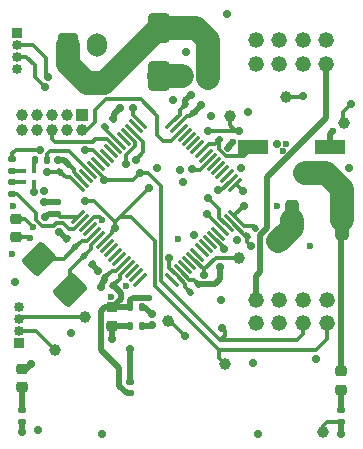
<source format=gbr>
%TF.GenerationSoftware,KiCad,Pcbnew,9.0.2*%
%TF.CreationDate,2025-07-07T17:27:58-04:00*%
%TF.ProjectId,Cain_V1.0,4361696e-5f56-4312-9e30-2e6b69636164,rev?*%
%TF.SameCoordinates,Original*%
%TF.FileFunction,Copper,L1,Top*%
%TF.FilePolarity,Positive*%
%FSLAX46Y46*%
G04 Gerber Fmt 4.6, Leading zero omitted, Abs format (unit mm)*
G04 Created by KiCad (PCBNEW 9.0.2) date 2025-07-07 17:27:58*
%MOMM*%
%LPD*%
G01*
G04 APERTURE LIST*
G04 Aperture macros list*
%AMRoundRect*
0 Rectangle with rounded corners*
0 $1 Rounding radius*
0 $2 $3 $4 $5 $6 $7 $8 $9 X,Y pos of 4 corners*
0 Add a 4 corners polygon primitive as box body*
4,1,4,$2,$3,$4,$5,$6,$7,$8,$9,$2,$3,0*
0 Add four circle primitives for the rounded corners*
1,1,$1+$1,$2,$3*
1,1,$1+$1,$4,$5*
1,1,$1+$1,$6,$7*
1,1,$1+$1,$8,$9*
0 Add four rect primitives between the rounded corners*
20,1,$1+$1,$2,$3,$4,$5,0*
20,1,$1+$1,$4,$5,$6,$7,0*
20,1,$1+$1,$6,$7,$8,$9,0*
20,1,$1+$1,$8,$9,$2,$3,0*%
G04 Aperture macros list end*
%TA.AperFunction,SMDPad,CuDef*%
%ADD10RoundRect,0.218750X0.256250X-0.218750X0.256250X0.218750X-0.256250X0.218750X-0.256250X-0.218750X0*%
%TD*%
%TA.AperFunction,SMDPad,CuDef*%
%ADD11RoundRect,0.250000X-1.202082X-0.141421X-0.141421X-1.202082X1.202082X0.141421X0.141421X1.202082X0*%
%TD*%
%TA.AperFunction,SMDPad,CuDef*%
%ADD12RoundRect,0.218750X-0.256250X0.218750X-0.256250X-0.218750X0.256250X-0.218750X0.256250X0.218750X0*%
%TD*%
%TA.AperFunction,SMDPad,CuDef*%
%ADD13C,1.000000*%
%TD*%
%TA.AperFunction,SMDPad,CuDef*%
%ADD14RoundRect,0.140000X-0.219203X-0.021213X-0.021213X-0.219203X0.219203X0.021213X0.021213X0.219203X0*%
%TD*%
%TA.AperFunction,SMDPad,CuDef*%
%ADD15RoundRect,0.135000X-0.185000X0.135000X-0.185000X-0.135000X0.185000X-0.135000X0.185000X0.135000X0*%
%TD*%
%TA.AperFunction,SMDPad,CuDef*%
%ADD16RoundRect,0.075000X-0.441942X-0.548008X0.548008X0.441942X0.441942X0.548008X-0.548008X-0.441942X0*%
%TD*%
%TA.AperFunction,SMDPad,CuDef*%
%ADD17RoundRect,0.075000X0.441942X-0.548008X0.548008X-0.441942X-0.441942X0.548008X-0.548008X0.441942X0*%
%TD*%
%TA.AperFunction,SMDPad,CuDef*%
%ADD18RoundRect,0.135000X-0.135000X-0.185000X0.135000X-0.185000X0.135000X0.185000X-0.135000X0.185000X0*%
%TD*%
%TA.AperFunction,ComponentPad*%
%ADD19C,1.320800*%
%TD*%
%TA.AperFunction,SMDPad,CuDef*%
%ADD20RoundRect,0.250000X-0.312500X-1.450000X0.312500X-1.450000X0.312500X1.450000X-0.312500X1.450000X0*%
%TD*%
%TA.AperFunction,ComponentPad*%
%ADD21R,1.000000X1.000000*%
%TD*%
%TA.AperFunction,ComponentPad*%
%ADD22C,1.000000*%
%TD*%
%TA.AperFunction,SMDPad,CuDef*%
%ADD23RoundRect,0.135000X0.185000X-0.135000X0.185000X0.135000X-0.185000X0.135000X-0.185000X-0.135000X0*%
%TD*%
%TA.AperFunction,ComponentPad*%
%ADD24R,0.850000X0.850000*%
%TD*%
%TA.AperFunction,ComponentPad*%
%ADD25C,0.850000*%
%TD*%
%TA.AperFunction,SMDPad,CuDef*%
%ADD26RoundRect,0.140000X-0.140000X-0.170000X0.140000X-0.170000X0.140000X0.170000X-0.140000X0.170000X0*%
%TD*%
%TA.AperFunction,SMDPad,CuDef*%
%ADD27RoundRect,0.135000X0.035355X-0.226274X0.226274X-0.035355X-0.035355X0.226274X-0.226274X0.035355X0*%
%TD*%
%TA.AperFunction,SMDPad,CuDef*%
%ADD28R,2.500000X1.270000*%
%TD*%
%TA.AperFunction,SMDPad,CuDef*%
%ADD29RoundRect,0.140000X-0.021213X0.219203X-0.219203X0.021213X0.021213X-0.219203X0.219203X-0.021213X0*%
%TD*%
%TA.AperFunction,SMDPad,CuDef*%
%ADD30RoundRect,0.135000X0.226274X0.035355X0.035355X0.226274X-0.226274X-0.035355X-0.035355X-0.226274X0*%
%TD*%
%TA.AperFunction,SMDPad,CuDef*%
%ADD31RoundRect,0.250000X-0.650000X1.000000X-0.650000X-1.000000X0.650000X-1.000000X0.650000X1.000000X0*%
%TD*%
%TA.AperFunction,ComponentPad*%
%ADD32RoundRect,0.250000X-0.600000X-0.750000X0.600000X-0.750000X0.600000X0.750000X-0.600000X0.750000X0*%
%TD*%
%TA.AperFunction,ComponentPad*%
%ADD33O,1.700000X2.000000*%
%TD*%
%TA.AperFunction,SMDPad,CuDef*%
%ADD34RoundRect,0.140000X0.219203X0.021213X0.021213X0.219203X-0.219203X-0.021213X-0.021213X-0.219203X0*%
%TD*%
%TA.AperFunction,SMDPad,CuDef*%
%ADD35R,0.450000X0.450000*%
%TD*%
%TA.AperFunction,SMDPad,CuDef*%
%ADD36RoundRect,0.140000X0.170000X-0.140000X0.170000X0.140000X-0.170000X0.140000X-0.170000X-0.140000X0*%
%TD*%
%TA.AperFunction,SMDPad,CuDef*%
%ADD37RoundRect,0.140000X0.021213X-0.219203X0.219203X-0.021213X-0.021213X0.219203X-0.219203X0.021213X0*%
%TD*%
%TA.AperFunction,ViaPad*%
%ADD38C,0.700000*%
%TD*%
%TA.AperFunction,ViaPad*%
%ADD39C,0.600000*%
%TD*%
%TA.AperFunction,Conductor*%
%ADD40C,0.300000*%
%TD*%
%TA.AperFunction,Conductor*%
%ADD41C,0.500000*%
%TD*%
%TA.AperFunction,Conductor*%
%ADD42C,2.000000*%
%TD*%
G04 APERTURE END LIST*
D10*
%TO.P,D6,1,K*%
%TO.N,Net-(D6-K)*%
X166600000Y-113587500D03*
%TO.P,D6,2,A*%
%TO.N,+24V Pre*%
X166600000Y-112012500D03*
%TD*%
D11*
%TO.P,Y1,1,1*%
%TO.N,/MCU/HSE IN*%
X141091852Y-102491852D03*
%TO.P,Y1,2,2*%
%TO.N,/MCU/HSE OUT*%
X143708148Y-105108148D03*
%TD*%
D12*
%TO.P,FB1,1*%
%TO.N,+3.3VA*%
X147280000Y-106600000D03*
%TO.P,FB1,2*%
%TO.N,+3.3V*%
X147280000Y-108175000D03*
%TD*%
D13*
%TO.P,TP8,1,1*%
%TO.N,/Current Sense/ADC2{slash}Current*%
X157200000Y-90400000D03*
%TD*%
D14*
%TO.P,C11,1*%
%TO.N,/MCU/HSE OUT*%
X144860589Y-102260589D03*
%TO.P,C11,2*%
%TO.N,GND*%
X145539411Y-102939411D03*
%TD*%
D13*
%TO.P,TP7,1,1*%
%TO.N,/EEPROM/EEPROM_SDA*%
X145000000Y-107400000D03*
%TD*%
D15*
%TO.P,R13,1*%
%TO.N,Net-(D6-K)*%
X166600000Y-115290000D03*
%TO.P,R13,2*%
%TO.N,GND*%
X166600000Y-116310000D03*
%TD*%
D16*
%TO.P,U1,1,VBAT*%
%TO.N,+3.3V*%
X144335519Y-98961181D03*
%TO.P,U1,2,PC13*%
%TO.N,/MCU/LED_RED*%
X144689072Y-99314734D03*
%TO.P,U1,3,PC14*%
%TO.N,Net-(D7-A)*%
X145042625Y-99668287D03*
%TO.P,U1,4,PC15*%
%TO.N,unconnected-(U1-PC15-Pad4)*%
X145396179Y-100021841D03*
%TO.P,U1,5,PD0*%
%TO.N,/MCU/HSE IN*%
X145749732Y-100375394D03*
%TO.P,U1,6,PD1*%
%TO.N,/MCU/HSE OUT*%
X146103286Y-100728948D03*
%TO.P,U1,7,NRST*%
%TO.N,/CAN2.0/Power/NRST*%
X146456839Y-101082501D03*
%TO.P,U1,8,PC0*%
%TO.N,unconnected-(U1-PC0-Pad8)*%
X146810392Y-101436054D03*
%TO.P,U1,9,PC1*%
%TO.N,unconnected-(U1-PC1-Pad9)*%
X147163946Y-101789608D03*
%TO.P,U1,10,PC2*%
%TO.N,unconnected-(U1-PC2-Pad10)*%
X147517499Y-102143161D03*
%TO.P,U1,11,PC3*%
%TO.N,unconnected-(U1-PC3-Pad11)*%
X147871052Y-102496714D03*
%TO.P,U1,12,VSSA*%
%TO.N,GND*%
X148224606Y-102850268D03*
%TO.P,U1,13,VDDA*%
%TO.N,+3.3VA*%
X148578159Y-103203821D03*
%TO.P,U1,14,PA0*%
%TO.N,unconnected-(U1-PA0-Pad14)*%
X148931713Y-103557375D03*
%TO.P,U1,15,PA1*%
%TO.N,unconnected-(U1-PA1-Pad15)*%
X149285266Y-103910928D03*
%TO.P,U1,16,PA2*%
%TO.N,unconnected-(U1-PA2-Pad16)*%
X149638819Y-104264481D03*
D17*
%TO.P,U1,17,PA3*%
%TO.N,unconnected-(U1-PA3-Pad17)*%
X152361181Y-104264481D03*
%TO.P,U1,18,VSS*%
%TO.N,GND*%
X152714734Y-103910928D03*
%TO.P,U1,19,VDD*%
%TO.N,+3.3V*%
X153068287Y-103557375D03*
%TO.P,U1,20,PA4*%
%TO.N,unconnected-(U1-PA4-Pad20)*%
X153421841Y-103203821D03*
%TO.P,U1,21,PA5*%
%TO.N,unconnected-(U1-PA5-Pad21)*%
X153775394Y-102850268D03*
%TO.P,U1,22,PA6*%
%TO.N,/MCU/ADC1{slash}Pressure*%
X154128948Y-102496714D03*
%TO.P,U1,23,PA7*%
%TO.N,unconnected-(U1-PA7-Pad23)*%
X154482501Y-102143161D03*
%TO.P,U1,24,PC4*%
%TO.N,unconnected-(U1-PC4-Pad24)*%
X154836054Y-101789608D03*
%TO.P,U1,25,PC5*%
%TO.N,unconnected-(U1-PC5-Pad25)*%
X155189608Y-101436054D03*
%TO.P,U1,26,PB0*%
%TO.N,unconnected-(U1-PB0-Pad26)*%
X155543161Y-101082501D03*
%TO.P,U1,27,PB1*%
%TO.N,/Current Sense/ADC2{slash}Current*%
X155896714Y-100728948D03*
%TO.P,U1,28,PB2*%
%TO.N,unconnected-(U1-PB2-Pad28)*%
X156250268Y-100375394D03*
%TO.P,U1,29,PB10*%
%TO.N,/EEPROM/EEPROM_SCL*%
X156603821Y-100021841D03*
%TO.P,U1,30,PB11*%
%TO.N,/EEPROM/EEPROM_SDA*%
X156957375Y-99668287D03*
%TO.P,U1,31,VSS*%
%TO.N,GND*%
X157310928Y-99314734D03*
%TO.P,U1,32,VDD*%
%TO.N,+3.3V*%
X157664481Y-98961181D03*
D16*
%TO.P,U1,33,PB12*%
%TO.N,/CAN2.0/Power/CAN2_RX*%
X157664481Y-96238819D03*
%TO.P,U1,34,PB13*%
%TO.N,/CAN2.0/Power/CAN2_TX*%
X157310928Y-95885266D03*
%TO.P,U1,35,PB14*%
%TO.N,unconnected-(U1-PB14-Pad35)*%
X156957375Y-95531713D03*
%TO.P,U1,36,PB15*%
%TO.N,unconnected-(U1-PB15-Pad36)*%
X156603821Y-95178159D03*
%TO.P,U1,37,PC6*%
%TO.N,unconnected-(U1-PC6-Pad37)*%
X156250268Y-94824606D03*
%TO.P,U1,38,PC7*%
%TO.N,unconnected-(U1-PC7-Pad38)*%
X155896714Y-94471052D03*
%TO.P,U1,39,PC8*%
%TO.N,/MCU/Solenoid*%
X155543161Y-94117499D03*
%TO.P,U1,40,PC9*%
%TO.N,unconnected-(U1-PC9-Pad40)*%
X155189608Y-93763946D03*
%TO.P,U1,41,PA8*%
%TO.N,/MCU/Button*%
X154836054Y-93410392D03*
%TO.P,U1,42,PA9*%
%TO.N,unconnected-(U1-PA9-Pad42)*%
X154482501Y-93056839D03*
%TO.P,U1,43,PA10*%
%TO.N,unconnected-(U1-PA10-Pad43)*%
X154128948Y-92703286D03*
%TO.P,U1,44,PA11*%
%TO.N,unconnected-(U1-PA11-Pad44)*%
X153775394Y-92349732D03*
%TO.P,U1,45,PA12*%
%TO.N,unconnected-(U1-PA12-Pad45)*%
X153421841Y-91996179D03*
%TO.P,U1,46,PA13*%
%TO.N,/MCU/SWDIO*%
X153068287Y-91642625D03*
%TO.P,U1,47,VSS*%
%TO.N,GND*%
X152714734Y-91289072D03*
%TO.P,U1,48,VDD*%
%TO.N,+3.3V*%
X152361181Y-90935519D03*
D17*
%TO.P,U1,49,PA14*%
%TO.N,/MCU/SWCLK*%
X149638819Y-90935519D03*
%TO.P,U1,50,PA15*%
%TO.N,unconnected-(U1-PA15-Pad50)*%
X149285266Y-91289072D03*
%TO.P,U1,51,PC10*%
%TO.N,/MCU/UART_TX*%
X148931713Y-91642625D03*
%TO.P,U1,52,PC11*%
%TO.N,/MCU/UART_RX*%
X148578159Y-91996179D03*
%TO.P,U1,53,PC12*%
%TO.N,unconnected-(U1-PC12-Pad53)*%
X148224606Y-92349732D03*
%TO.P,U1,54,PD2*%
%TO.N,/MCU/BOOT1*%
X147871052Y-92703286D03*
%TO.P,U1,55,PB3*%
%TO.N,/MCU/SWO*%
X147517499Y-93056839D03*
%TO.P,U1,56,PB4*%
%TO.N,unconnected-(U1-PB4-Pad56)*%
X147163946Y-93410392D03*
%TO.P,U1,57,PB5*%
%TO.N,unconnected-(U1-PB5-Pad57)*%
X146810392Y-93763946D03*
%TO.P,U1,58,PB6*%
%TO.N,/MCU/LED_GREEN*%
X146456839Y-94117499D03*
%TO.P,U1,59,PB7*%
%TO.N,unconnected-(U1-PB7-Pad59)*%
X146103286Y-94471052D03*
%TO.P,U1,60,BOOT0*%
%TO.N,/MCU/BOOT0*%
X145749732Y-94824606D03*
%TO.P,U1,61,PB8*%
%TO.N,/MCU/LED_BLUE*%
X145396179Y-95178159D03*
%TO.P,U1,62,PB9*%
%TO.N,unconnected-(U1-PB9-Pad62)*%
X145042625Y-95531713D03*
%TO.P,U1,63,VSS*%
%TO.N,GND*%
X144689072Y-95885266D03*
%TO.P,U1,64,VDD*%
%TO.N,+3.3V*%
X144335519Y-96238819D03*
%TD*%
D15*
%TO.P,R11,1*%
%TO.N,Net-(D4-RK)*%
X138825000Y-96015000D03*
%TO.P,R11,2*%
%TO.N,/MCU/LED_RED*%
X138825000Y-97035000D03*
%TD*%
D13*
%TO.P,TP3,1,1*%
%TO.N,+24V*%
X162000000Y-88800000D03*
%TD*%
D10*
%TO.P,D7,1,K*%
%TO.N,Net-(D7-K)*%
X139100000Y-100687500D03*
%TO.P,D7,2,A*%
%TO.N,Net-(D7-A)*%
X139100000Y-99112500D03*
%TD*%
D18*
%TO.P,R9,1*%
%TO.N,Net-(D4-BK)*%
X140715000Y-94125000D03*
%TO.P,R9,2*%
%TO.N,/MCU/LED_BLUE*%
X141735000Y-94125000D03*
%TD*%
D19*
%TO.P,J3,1,Pin_1*%
%TO.N,/CAN2.0/Power/3.3IN*%
X159422500Y-105950000D03*
%TO.P,J3,2,Pin_2*%
%TO.N,/CAN2.0/Power/24IN*%
X159422500Y-107950001D03*
%TO.P,J3,3,Pin_3*%
%TO.N,GND*%
X161422499Y-105950000D03*
%TO.P,J3,4,Pin_4*%
X161422499Y-107950001D03*
%TO.P,J3,5,Pin_5*%
%TO.N,/CAN2.0/Power/CAN+*%
X163422500Y-105950000D03*
%TO.P,J3,6,Pin_6*%
%TO.N,/MCU/BOOT0*%
X163422500Y-107950001D03*
%TO.P,J3,7,Pin_7*%
%TO.N,/CAN2.0/Power/CAN-*%
X165422498Y-105950000D03*
%TO.P,J3,8,Pin_8*%
%TO.N,/CAN2.0/Power/NRST*%
X165422498Y-107950001D03*
%TD*%
D20*
%TO.P,F2,1*%
%TO.N,/CAN2.0/Power/24IN*%
X162462500Y-99200000D03*
%TO.P,F2,2*%
%TO.N,+24V Pre*%
X166737500Y-99200000D03*
%TD*%
D21*
%TO.P,J1,1,VTref*%
%TO.N,+3.3V*%
X144700000Y-90330000D03*
D22*
%TO.P,J1,2,SWDIO/TMS*%
%TO.N,/MCU/SWDIO*%
X144700000Y-91600000D03*
%TO.P,J1,3,GND*%
%TO.N,GND*%
X143430000Y-90330000D03*
%TO.P,J1,4,SWCLK/TCK*%
%TO.N,/MCU/SWCLK*%
X143430000Y-91600000D03*
%TO.P,J1,5,GND*%
%TO.N,GND*%
X142160000Y-90330000D03*
%TO.P,J1,6,SWO/TDO*%
%TO.N,/MCU/SWO*%
X142160000Y-91600000D03*
%TO.P,J1,7,KEY*%
%TO.N,unconnected-(J1-KEY-Pad7)*%
X140890000Y-90330000D03*
%TO.P,J1,8,NC/TDI*%
%TO.N,unconnected-(J1-NC{slash}TDI-Pad8)*%
X140890000Y-91600000D03*
%TO.P,J1,9,GNDDetect*%
%TO.N,GND*%
X139620000Y-90330000D03*
%TO.P,J1,10,~{RESET}*%
%TO.N,/CAN2.0/Power/NRST*%
X139620000Y-91600000D03*
%TD*%
D10*
%TO.P,D3,1,K*%
%TO.N,Net-(D3-K)*%
X139600000Y-113387500D03*
%TO.P,D3,2,A*%
%TO.N,+3.3V*%
X139600000Y-111812500D03*
%TD*%
D13*
%TO.P,TP1,1,1*%
%TO.N,/MCU/ADC1{slash}Pressure*%
X158000000Y-102400000D03*
%TD*%
D19*
%TO.P,J4,1,Pin_1*%
%TO.N,/CAN2.0/Power/3.3IN*%
X165400000Y-86000000D03*
%TO.P,J4,2,Pin_2*%
%TO.N,/CAN2.0/Power/24IN*%
X165400000Y-83999999D03*
%TO.P,J4,3,Pin_3*%
%TO.N,unconnected-(J4-Pin_3-Pad3)*%
X163400001Y-86000000D03*
%TO.P,J4,4,Pin_4*%
%TO.N,GND*%
X163400001Y-83999999D03*
%TO.P,J4,5,Pin_5*%
%TO.N,/CAN2.0/Power/CAN-*%
X161400000Y-86000000D03*
%TO.P,J4,6,Pin_6*%
%TO.N,/MCU/BOOT0*%
X161400000Y-83999999D03*
%TO.P,J4,7,Pin_7*%
%TO.N,/CAN2.0/Power/CAN+*%
X159400002Y-86000000D03*
%TO.P,J4,8,Pin_8*%
%TO.N,/CAN2.0/Power/NRST*%
X159400002Y-83999999D03*
%TD*%
D23*
%TO.P,R10,1*%
%TO.N,Net-(D4-GK)*%
X138825000Y-95035000D03*
%TO.P,R10,2*%
%TO.N,/MCU/LED_GREEN*%
X138825000Y-94015000D03*
%TD*%
D24*
%TO.P,J5,1,Pin_1*%
%TO.N,GND*%
X139400000Y-109600000D03*
D25*
%TO.P,J5,2,Pin_2*%
%TO.N,/EEPROM/EEPROM_SCL*%
X139400000Y-108600000D03*
%TO.P,J5,3,Pin_3*%
%TO.N,/EEPROM/EEPROM_SDA*%
X139400000Y-107600000D03*
%TO.P,J5,4,Pin_4*%
%TO.N,+3.3V*%
X139400000Y-106600000D03*
%TD*%
D26*
%TO.P,C8,1*%
%TO.N,+3.3VA*%
X148800000Y-106600000D03*
%TO.P,C8,2*%
%TO.N,GND*%
X149760000Y-106600000D03*
%TD*%
D27*
%TO.P,R2,1*%
%TO.N,/MCU/BOOT1*%
X146639376Y-91360624D03*
%TO.P,R2,2*%
%TO.N,GND*%
X147360624Y-90639376D03*
%TD*%
D28*
%TO.P,SW1,1,1*%
%TO.N,/MCU/Button*%
X159200000Y-93000000D03*
%TO.P,SW1,2,2*%
%TO.N,GND*%
X165700000Y-93000000D03*
%TD*%
D29*
%TO.P,C3,1*%
%TO.N,+3.3V*%
X154539411Y-104660589D03*
%TO.P,C3,2*%
%TO.N,GND*%
X153860589Y-105339411D03*
%TD*%
D24*
%TO.P,J6,1,Pin_1*%
%TO.N,+3.3V*%
X139200000Y-83400000D03*
D25*
%TO.P,J6,2,Pin_2*%
%TO.N,/MCU/UART_TX*%
X139200000Y-84400000D03*
%TO.P,J6,3,Pin_3*%
%TO.N,/MCU/UART_RX*%
X139200000Y-85400000D03*
%TO.P,J6,4,Pin_4*%
%TO.N,GND*%
X139200000Y-86400000D03*
%TD*%
D29*
%TO.P,C2,1*%
%TO.N,+3.3V*%
X159339411Y-99860589D03*
%TO.P,C2,2*%
%TO.N,GND*%
X158660589Y-100539411D03*
%TD*%
D30*
%TO.P,R16,1*%
%TO.N,+3.3V*%
X157060624Y-93160624D03*
%TO.P,R16,2*%
%TO.N,/MCU/Button*%
X156339376Y-92439376D03*
%TD*%
D31*
%TO.P,D2,1,K*%
%TO.N,+24V*%
X151200000Y-83000000D03*
%TO.P,D2,2,A*%
%TO.N,Net-(D2-A)*%
X151200000Y-87000000D03*
%TD*%
D13*
%TO.P,TP4,1,1*%
%TO.N,/CAN2.0/Power/NRST*%
X156800000Y-111400000D03*
%TD*%
%TO.P,TP9,1,1*%
%TO.N,GND*%
X165150000Y-117200000D03*
%TD*%
%TO.P,TP5,1,1*%
%TO.N,/MCU/BOOT0*%
X152000000Y-107800000D03*
%TD*%
D26*
%TO.P,C9,1*%
%TO.N,+3.3V*%
X148800000Y-108200000D03*
%TO.P,C9,2*%
%TO.N,GND*%
X149760000Y-108200000D03*
%TD*%
D13*
%TO.P,TP2,1,1*%
%TO.N,+3.3V*%
X166900000Y-91000000D03*
%TD*%
D32*
%TO.P,J2,1,Pin_1*%
%TO.N,+24V*%
X143500000Y-84385000D03*
D33*
%TO.P,J2,2,Pin_2*%
%TO.N,Net-(D2-A)*%
X146000000Y-84385000D03*
%TD*%
D15*
%TO.P,R12,1*%
%TO.N,Net-(D3-K)*%
X139600000Y-115290000D03*
%TO.P,R12,2*%
%TO.N,GND*%
X139600000Y-116310000D03*
%TD*%
D34*
%TO.P,C10,1*%
%TO.N,/MCU/HSE IN*%
X144139411Y-101539411D03*
%TO.P,C10,2*%
%TO.N,GND*%
X143460589Y-100860589D03*
%TD*%
D35*
%TO.P,D4,1,A*%
%TO.N,+3.3V*%
X140650000Y-96000000D03*
%TO.P,D4,2,BK*%
%TO.N,Net-(D4-BK)*%
X140650000Y-95100000D03*
%TO.P,D4,3,RK*%
%TO.N,Net-(D4-RK)*%
X139800000Y-96000000D03*
%TO.P,D4,4,GK*%
%TO.N,Net-(D4-GK)*%
X139800000Y-95100000D03*
%TD*%
D34*
%TO.P,C7,1*%
%TO.N,+3.3VA*%
X147339411Y-104739411D03*
%TO.P,C7,2*%
%TO.N,GND*%
X146660589Y-104060589D03*
%TD*%
D36*
%TO.P,C4,1*%
%TO.N,+3.3V*%
X142600000Y-98680000D03*
%TO.P,C4,2*%
%TO.N,GND*%
X142600000Y-97720000D03*
%TD*%
D37*
%TO.P,C5,1*%
%TO.N,+3.3V*%
X142860589Y-95139411D03*
%TO.P,C5,2*%
%TO.N,GND*%
X143539411Y-94460589D03*
%TD*%
D13*
%TO.P,TP6,1,1*%
%TO.N,/EEPROM/EEPROM_SCL*%
X142400000Y-110200000D03*
%TD*%
D14*
%TO.P,C6,1*%
%TO.N,+3.3V*%
X153460589Y-89460589D03*
%TO.P,C6,2*%
%TO.N,GND*%
X154139411Y-90139411D03*
%TD*%
D36*
%TO.P,C17,1*%
%TO.N,+3.3VA*%
X148800000Y-113880000D03*
%TO.P,C17,2*%
%TO.N,GND*%
X148800000Y-112920000D03*
%TD*%
D38*
%TO.N,+3.3V*%
X147280000Y-109320000D03*
X140400000Y-111400000D03*
D39*
X157500000Y-92600000D03*
D38*
X158403580Y-98007995D03*
X154200000Y-100500000D03*
X157000000Y-81800000D03*
X141739411Y-95139411D03*
X153900000Y-88600000D03*
X141600000Y-99000000D03*
X156400000Y-103200000D03*
X140650000Y-96850000D03*
X141500000Y-96800000D03*
X167450000Y-89400000D03*
X153300000Y-96000000D03*
D39*
%TO.N,+3.3VA*%
X147850000Y-112700000D03*
X150400000Y-105800000D03*
D38*
%TO.N,Net-(D2-A)*%
X153199000Y-87000000D03*
%TO.N,+24V*%
X155400000Y-87200000D03*
X163400000Y-88700000D03*
%TO.N,/MCU/SWCLK*%
X149000000Y-89700000D03*
D39*
%TO.N,Net-(D7-A)*%
X146400000Y-99200000D03*
X140600000Y-99800000D03*
D38*
%TO.N,/CAN2.0/Power/CAN2_RX*%
X158360882Y-96760882D03*
%TO.N,/CAN2.0/Power/CAN2_TX*%
X157800000Y-100900000D03*
X156200000Y-96700000D03*
%TO.N,/EEPROM/EEPROM_SCL*%
X155300000Y-98700000D03*
%TO.N,/EEPROM/EEPROM_SDA*%
X155350000Y-97350000D03*
D39*
%TO.N,+24V Pre*%
X163600000Y-94600000D03*
X164200000Y-95200000D03*
X162000000Y-92800000D03*
X161740380Y-93340380D03*
D38*
X161200000Y-92800000D03*
X163600000Y-95200000D03*
%TO.N,/Current Sense/ADC2{slash}Current*%
X155400000Y-91700000D03*
X158000000Y-91673130D03*
X156692004Y-101700000D03*
%TO.N,GND*%
X159600000Y-117350000D03*
X156500000Y-106000000D03*
X142800000Y-100200000D03*
X151020000Y-94830000D03*
X139600000Y-117200000D03*
X159000000Y-101380000D03*
X141520000Y-97720000D03*
X154800000Y-89500000D03*
X159200000Y-111300000D03*
X146100000Y-103500000D03*
X142700000Y-94100000D03*
X158200000Y-94800000D03*
D39*
X138900000Y-98000000D03*
X138800000Y-102100000D03*
D38*
X152970000Y-94970000D03*
D39*
X148400000Y-104800000D03*
D38*
X153500000Y-85000000D03*
X166600000Y-117300000D03*
X164500000Y-111000000D03*
X143800000Y-108800000D03*
D39*
X166000000Y-91650000D03*
X147200000Y-105700000D03*
D38*
X167300000Y-94800000D03*
X141000000Y-117000000D03*
X146300000Y-104900000D03*
D39*
X164000000Y-101400000D03*
D38*
X147899000Y-89722409D03*
D39*
X161200000Y-98000000D03*
X152800000Y-100800000D03*
D38*
X146400000Y-117300000D03*
X152100000Y-102400000D03*
X139000000Y-104500000D03*
X158748008Y-90048008D03*
X148800000Y-110100000D03*
X150600000Y-108100000D03*
X150600000Y-107200000D03*
%TO.N,/CAN2.0/Power/NRST*%
X155600000Y-90400000D03*
X145000000Y-97600000D03*
X150350000Y-96550000D03*
X147500000Y-99900000D03*
%TO.N,/CAN2.0/Power/24IN*%
X161300000Y-101000000D03*
X161864121Y-100464121D03*
%TO.N,/MCU/BOOT0*%
X152400000Y-89100000D03*
X146600000Y-95800000D03*
X149600000Y-95200000D03*
X153400000Y-109000000D03*
X156600000Y-108400000D03*
%TO.N,/MCU/Solenoid*%
X154000000Y-94900000D03*
%TO.N,/MCU/ADC1{slash}Pressure*%
X155029605Y-103860589D03*
%TO.N,/MCU/LED_GREEN*%
X141137693Y-93299999D03*
X145000000Y-93300000D03*
%TO.N,/MCU/UART_RX*%
X148448691Y-94448061D03*
X141550000Y-87950000D03*
%TO.N,/MCU/UART_TX*%
X141803950Y-87086569D03*
X149280184Y-94103645D03*
D39*
%TO.N,Net-(D7-K)*%
X140300000Y-100700000D03*
%TD*%
D40*
%TO.N,+3.3V*%
X143696700Y-95600000D02*
X143321178Y-95600000D01*
D41*
X147305000Y-108200000D02*
X147280000Y-108175000D01*
D40*
X140650000Y-96850000D02*
X140650000Y-96000000D01*
D41*
X153460589Y-89039411D02*
X153900000Y-88600000D01*
D40*
X154178822Y-104300000D02*
X153810912Y-104300000D01*
D41*
X148800000Y-108200000D02*
X147305000Y-108200000D01*
D40*
X152361181Y-90935519D02*
X153000000Y-90296700D01*
D41*
X147280000Y-109320000D02*
X147280000Y-108175000D01*
D40*
X143321178Y-95600000D02*
X142860589Y-95139411D01*
X157664481Y-98961181D02*
X157664481Y-98747094D01*
X166900000Y-91000000D02*
X166800000Y-90900000D01*
X142881181Y-98961181D02*
X142600000Y-98680000D01*
X144335519Y-98961181D02*
X142881181Y-98961181D01*
D41*
X141920000Y-98680000D02*
X141600000Y-99000000D01*
D40*
X159178822Y-99700000D02*
X158403300Y-99700000D01*
D41*
X157060624Y-93160624D02*
X157060624Y-93039376D01*
X140400000Y-111400000D02*
X139987500Y-111812500D01*
D40*
X157664481Y-98747094D02*
X158403580Y-98007995D01*
D41*
X156400000Y-103200000D02*
X156400000Y-104200000D01*
X153460589Y-89460589D02*
X153460589Y-89039411D01*
D40*
X166800000Y-90050000D02*
X167450000Y-89400000D01*
X153810912Y-104300000D02*
X153068287Y-103557375D01*
X144335519Y-96238819D02*
X143696700Y-95600000D01*
X158403300Y-99700000D02*
X157664481Y-98961181D01*
X166800000Y-90900000D02*
X166800000Y-90050000D01*
D41*
X157060624Y-93039376D02*
X157500000Y-92600000D01*
X142600000Y-98680000D02*
X141920000Y-98680000D01*
D40*
X154539411Y-104660589D02*
X154178822Y-104300000D01*
D41*
X139987500Y-111812500D02*
X139600000Y-111812500D01*
D40*
X153000000Y-90296700D02*
X153000000Y-89921178D01*
D41*
X156400000Y-104200000D02*
X155939411Y-104660589D01*
D40*
X159339411Y-99860589D02*
X159178822Y-99700000D01*
D41*
X155939411Y-104660589D02*
X154539411Y-104660589D01*
D40*
X141739411Y-95139411D02*
X142860589Y-95139411D01*
X153000000Y-89921178D02*
X153460589Y-89460589D01*
%TO.N,+3.3VA*%
X147339411Y-104739411D02*
X147900000Y-104178822D01*
D41*
X148000000Y-105880000D02*
X148000000Y-105400000D01*
X146660000Y-106600000D02*
X147280000Y-106600000D01*
X147850000Y-111750000D02*
X146320000Y-110220000D01*
X147280000Y-106600000D02*
X148000000Y-105880000D01*
X148800000Y-106600000D02*
X148800000Y-106000000D01*
X147850000Y-113250000D02*
X148480000Y-113880000D01*
X147850000Y-112700000D02*
X147850000Y-111750000D01*
X146320000Y-110220000D02*
X146320000Y-106940000D01*
X148000000Y-105400000D02*
X147339411Y-104739411D01*
X148800000Y-106600000D02*
X147280000Y-106600000D01*
D40*
X147900000Y-103881980D02*
X148578159Y-103203821D01*
D41*
X148800000Y-106000000D02*
X149000000Y-105800000D01*
X148480000Y-113880000D02*
X148800000Y-113880000D01*
X146320000Y-106940000D02*
X146660000Y-106600000D01*
D40*
X147900000Y-104178822D02*
X147900000Y-103881980D01*
D41*
X147850000Y-112700000D02*
X147850000Y-113250000D01*
X149000000Y-105800000D02*
X150400000Y-105800000D01*
D40*
%TO.N,/MCU/HSE IN*%
X144139411Y-101539411D02*
X144678822Y-101000000D01*
X143186970Y-102491852D02*
X141091852Y-102491852D01*
X145125126Y-101000000D02*
X145749732Y-100375394D01*
X144678822Y-101000000D02*
X145125126Y-101000000D01*
X144139411Y-101539411D02*
X143186970Y-102491852D01*
%TO.N,/MCU/HSE OUT*%
X145481362Y-101639816D02*
X145481362Y-101350872D01*
X144860589Y-102260589D02*
X143708148Y-103413030D01*
X144860589Y-102260589D02*
X145481362Y-101639816D01*
X145481362Y-101350872D02*
X146103286Y-100728948D01*
X143708148Y-103413030D02*
X143708148Y-105108148D01*
D41*
%TO.N,Net-(D3-K)*%
X139600000Y-115290000D02*
X139600000Y-113387500D01*
D42*
%TO.N,Net-(D2-A)*%
X151200000Y-87000000D02*
X153199000Y-87000000D01*
%TO.N,+24V*%
X155200000Y-83800000D02*
X155400000Y-84000000D01*
D40*
X162000000Y-88800000D02*
X163300000Y-88800000D01*
D42*
X143500000Y-86000000D02*
X143500000Y-84385000D01*
X154400000Y-83000000D02*
X155200000Y-83800000D01*
X146600000Y-87600000D02*
X145100000Y-87600000D01*
X155400000Y-84000000D02*
X155400000Y-87200000D01*
X145100000Y-87600000D02*
X143500000Y-86000000D01*
X151200000Y-83000000D02*
X146600000Y-87600000D01*
D40*
X163300000Y-88800000D02*
X163400000Y-88700000D01*
D42*
X151200000Y-83000000D02*
X154400000Y-83000000D01*
D40*
%TO.N,Net-(D4-GK)*%
X138890000Y-95100000D02*
X138825000Y-95035000D01*
X139800000Y-95100000D02*
X138890000Y-95100000D01*
%TO.N,Net-(D4-RK)*%
X138840000Y-96000000D02*
X138825000Y-96015000D01*
X139800000Y-96000000D02*
X138840000Y-96000000D01*
%TO.N,Net-(D4-BK)*%
X140650000Y-94190000D02*
X140715000Y-94125000D01*
X140650000Y-95100000D02*
X140650000Y-94190000D01*
%TO.N,/MCU/SWO*%
X145800000Y-92400000D02*
X146860660Y-92400000D01*
X146860660Y-92400000D02*
X147517499Y-93056839D01*
X145600000Y-92600000D02*
X145800000Y-92400000D01*
X142160000Y-92360000D02*
X142400000Y-92600000D01*
X142160000Y-91600000D02*
X142160000Y-92360000D01*
X142400000Y-92600000D02*
X145600000Y-92600000D01*
%TO.N,/MCU/SWCLK*%
X149000000Y-90296700D02*
X149638819Y-90935519D01*
X149000000Y-89700000D02*
X149000000Y-90296700D01*
%TO.N,/MCU/SWDIO*%
X144700000Y-91600000D02*
X145132000Y-91600000D01*
X151100000Y-90400000D02*
X151100000Y-92000000D01*
X146708636Y-89000000D02*
X149700000Y-89000000D01*
X145800000Y-89908636D02*
X146708636Y-89000000D01*
X145132000Y-91600000D02*
X145800000Y-90932000D01*
X149700000Y-89000000D02*
X151100000Y-90400000D01*
X152210912Y-92500000D02*
X153068287Y-91642625D01*
X151100000Y-92000000D02*
X151600000Y-92500000D01*
X151600000Y-92500000D02*
X152210912Y-92500000D01*
X145800000Y-90932000D02*
X145800000Y-89908636D01*
%TO.N,Net-(D7-A)*%
X139100000Y-99112500D02*
X139912500Y-99112500D01*
X139912500Y-99112500D02*
X140600000Y-99800000D01*
X146400000Y-99200000D02*
X146200000Y-99000000D01*
X145710912Y-99000000D02*
X145042625Y-99668287D01*
X146200000Y-99000000D02*
X145710912Y-99000000D01*
D41*
%TO.N,Net-(D6-K)*%
X166600000Y-113587500D02*
X166600000Y-115290000D01*
D40*
%TO.N,/CAN2.0/Power/CAN2_RX*%
X158360882Y-96760882D02*
X157838819Y-96238819D01*
X157838819Y-96238819D02*
X157664481Y-96238819D01*
%TO.N,/CAN2.0/Power/CAN2_TX*%
X156200000Y-96700000D02*
X156496194Y-96700000D01*
X156496194Y-96700000D02*
X157310928Y-95885266D01*
%TO.N,/EEPROM/EEPROM_SCL*%
X140800000Y-108600000D02*
X139400000Y-108600000D01*
X155300000Y-98700000D02*
X155300000Y-98718020D01*
X142400000Y-110200000D02*
X140800000Y-108600000D01*
X155300000Y-98718020D02*
X156603821Y-100021841D01*
%TO.N,/EEPROM/EEPROM_SDA*%
X156300000Y-98300000D02*
X156300000Y-99010912D01*
X155350000Y-97350000D02*
X156300000Y-98300000D01*
X139600000Y-107400000D02*
X139400000Y-107600000D01*
X156300000Y-99010912D02*
X156957375Y-99668287D01*
X145000000Y-107400000D02*
X139600000Y-107400000D01*
D41*
%TO.N,+24V Pre*%
X166600000Y-112012500D02*
X166600000Y-99337500D01*
D42*
X166737500Y-96600000D02*
X166737500Y-99200000D01*
X165337500Y-95200000D02*
X166737500Y-96600000D01*
X164200000Y-95200000D02*
X165337500Y-95200000D01*
D41*
X166600000Y-99337500D02*
X166737500Y-99200000D01*
D42*
X163600000Y-95200000D02*
X164200000Y-95200000D01*
D40*
%TO.N,/Current Sense/ADC2{slash}Current*%
X157700000Y-91673130D02*
X155426870Y-91673130D01*
X156692004Y-101524238D02*
X155896714Y-100728948D01*
X158000000Y-91673130D02*
X157700000Y-91673130D01*
X156692004Y-101700000D02*
X156692004Y-101524238D01*
X157200000Y-91173130D02*
X157700000Y-91673130D01*
X155426870Y-91673130D02*
X155400000Y-91700000D01*
X157200000Y-90400000D02*
X157200000Y-91173130D01*
%TO.N,GND*%
X144000000Y-94921178D02*
X144000000Y-95196194D01*
D41*
X143539411Y-94460589D02*
X143178822Y-94100000D01*
D40*
X158660589Y-100539411D02*
X158660589Y-101040589D01*
D41*
X139600000Y-116310000D02*
X139600000Y-117200000D01*
X148800000Y-112920000D02*
X148800000Y-110100000D01*
X147899000Y-89722409D02*
X147400000Y-90221409D01*
D40*
X153400000Y-90603806D02*
X152714734Y-91289072D01*
D41*
X149760000Y-106600000D02*
X150000000Y-106600000D01*
X141520000Y-97720000D02*
X142600000Y-97720000D01*
X166600000Y-116310000D02*
X166600000Y-117300000D01*
D40*
X147574874Y-103500000D02*
X148224606Y-102850268D01*
X154139411Y-90139411D02*
X154160589Y-90139411D01*
D41*
X165700000Y-93000000D02*
X165700000Y-91950000D01*
X145539411Y-102939411D02*
X146100000Y-103500000D01*
D40*
X158660589Y-101040589D02*
X159000000Y-101380000D01*
D41*
X146660589Y-104278822D02*
X146400000Y-104539411D01*
X143178822Y-94100000D02*
X142700000Y-94100000D01*
D40*
X165150000Y-116650000D02*
X165490000Y-116310000D01*
X153878822Y-90400000D02*
X153600000Y-90400000D01*
D41*
X149760000Y-108200000D02*
X150500000Y-108200000D01*
X150500000Y-108200000D02*
X150600000Y-108100000D01*
X147400000Y-90221409D02*
X147400000Y-90578752D01*
X146400000Y-104539411D02*
X146400000Y-104800000D01*
D40*
X165490000Y-116310000D02*
X166600000Y-116310000D01*
X158535605Y-100539411D02*
X157310928Y-99314734D01*
D41*
X147400000Y-90578752D02*
X147339376Y-90639376D01*
D40*
X152092810Y-102407190D02*
X152092810Y-103289004D01*
D41*
X143460589Y-100860589D02*
X142800000Y-100200000D01*
D40*
X153400000Y-104596194D02*
X152714734Y-103910928D01*
X152100000Y-102400000D02*
X152092810Y-102407190D01*
X153400000Y-104878822D02*
X153400000Y-104596194D01*
D41*
X146660589Y-104060589D02*
X146660589Y-104278822D01*
D40*
X147221178Y-103500000D02*
X147574874Y-103500000D01*
X146660589Y-104060589D02*
X147221178Y-103500000D01*
X165150000Y-117200000D02*
X165150000Y-116650000D01*
X143539411Y-94460589D02*
X144000000Y-94921178D01*
X154139411Y-90139411D02*
X153878822Y-90400000D01*
X147360624Y-90639376D02*
X147339376Y-90639376D01*
X144000000Y-95196194D02*
X144689072Y-95885266D01*
X152092810Y-103289004D02*
X152714734Y-103910928D01*
D41*
X165700000Y-91950000D02*
X166000000Y-91650000D01*
X154160589Y-90139411D02*
X154800000Y-89500000D01*
D40*
X153600000Y-90400000D02*
X153400000Y-90600000D01*
X153400000Y-90600000D02*
X153400000Y-90603806D01*
D41*
X146400000Y-104800000D02*
X146300000Y-104900000D01*
D40*
X153860589Y-105339411D02*
X153400000Y-104878822D01*
X158660589Y-100539411D02*
X158535605Y-100539411D01*
D41*
X150000000Y-106600000D02*
X150600000Y-107200000D01*
D40*
%TO.N,/CAN2.0/Power/NRST*%
X156800000Y-111400000D02*
X156300000Y-110900000D01*
X147239340Y-100160660D02*
X147239340Y-100300000D01*
X147239340Y-100300000D02*
X146456839Y-101082501D01*
X156300000Y-110200000D02*
X150884704Y-104784704D01*
X150350000Y-96550000D02*
X147950000Y-98950000D01*
X164500000Y-110200000D02*
X156300000Y-110200000D01*
X147500000Y-99900000D02*
X147239340Y-100160660D01*
X165422500Y-107950000D02*
X165422500Y-109277500D01*
X147950000Y-98950000D02*
X147500000Y-99400000D01*
X150884704Y-100984704D02*
X148850000Y-98950000D01*
X147500000Y-99400000D02*
X145700000Y-97600000D01*
X156300000Y-110900000D02*
X156300000Y-110200000D01*
X148850000Y-98950000D02*
X147950000Y-98950000D01*
X150884704Y-104784704D02*
X150884704Y-100984704D01*
X165422500Y-109277500D02*
X164500000Y-110200000D01*
X147500000Y-99400000D02*
X147500000Y-99900000D01*
X145700000Y-97600000D02*
X145000000Y-97600000D01*
D41*
%TO.N,/CAN2.0/Power/3.3IN*%
X159800000Y-100476218D02*
X160400000Y-99876218D01*
X160400000Y-95600000D02*
X165400000Y-90600000D01*
X165400000Y-90600000D02*
X165400000Y-86000000D01*
X159422500Y-103977500D02*
X159800000Y-103600000D01*
X159422500Y-105950000D02*
X159422500Y-103977500D01*
X160400000Y-99876218D02*
X160400000Y-95600000D01*
X159800000Y-103600000D02*
X159800000Y-100476218D01*
D42*
%TO.N,/CAN2.0/Power/24IN*%
X161864121Y-100464121D02*
X161314121Y-101014121D01*
X162462500Y-99200000D02*
X162462500Y-99865742D01*
X162462500Y-99865742D02*
X161864121Y-100464121D01*
D40*
%TO.N,/MCU/BOOT0*%
X151385704Y-104385704D02*
X151385704Y-102914296D01*
X146600000Y-95800000D02*
X149000000Y-95800000D01*
X156800000Y-109000000D02*
X156400000Y-109400000D01*
X163422500Y-108877500D02*
X162900000Y-109400000D01*
X156800000Y-108600000D02*
X156800000Y-109000000D01*
X152000000Y-107800000D02*
X152200000Y-107800000D01*
X156600000Y-108400000D02*
X156800000Y-108600000D01*
X151400000Y-102900000D02*
X151400000Y-96300000D01*
X146600000Y-95800000D02*
X146600000Y-95674874D01*
X151385704Y-102914296D02*
X151400000Y-102900000D01*
X146600000Y-95674874D02*
X145749732Y-94824606D01*
X151400000Y-96300000D02*
X150300000Y-95200000D01*
X163422500Y-107950000D02*
X163422500Y-108877500D01*
X162900000Y-109400000D02*
X156400000Y-109400000D01*
X149000000Y-95800000D02*
X149600000Y-95200000D01*
X150300000Y-95200000D02*
X149600000Y-95200000D01*
X156400000Y-109400000D02*
X151385704Y-104385704D01*
X152200000Y-107800000D02*
X153400000Y-109000000D01*
%TO.N,/MCU/BOOT1*%
X146639376Y-91360624D02*
X146639376Y-91471610D01*
X146639376Y-91471610D02*
X147871052Y-92703286D01*
%TO.N,/MCU/Solenoid*%
X154660660Y-95000000D02*
X155543161Y-94117499D01*
X154000000Y-94900000D02*
X154100000Y-95000000D01*
X154100000Y-95000000D02*
X154660660Y-95000000D01*
%TO.N,/MCU/Button*%
X154836054Y-93410392D02*
X155446446Y-92800000D01*
X156868028Y-93775544D02*
X158424456Y-93775544D01*
X155446446Y-92800000D02*
X155978752Y-92800000D01*
X156339376Y-93246892D02*
X156868028Y-93775544D01*
X158424456Y-93775544D02*
X159200000Y-93000000D01*
X155978752Y-92800000D02*
X156339376Y-92439376D01*
X156339376Y-92439376D02*
X156339376Y-93246892D01*
%TO.N,/MCU/ADC1{slash}Pressure*%
X155029605Y-103397371D02*
X154128948Y-102496714D01*
X158000000Y-102400000D02*
X156026976Y-102400000D01*
X156026976Y-102400000D02*
X155029605Y-103397371D01*
X155029605Y-103860589D02*
X155029605Y-103397371D01*
%TO.N,/MCU/LED_BLUE*%
X143617020Y-93399000D02*
X145396179Y-95178159D01*
X141735000Y-93665000D02*
X142001000Y-93399000D01*
X141735000Y-94125000D02*
X141735000Y-93665000D01*
X142001000Y-93399000D02*
X143617020Y-93399000D01*
%TO.N,/MCU/LED_GREEN*%
X145000000Y-93300000D02*
X145639340Y-93300000D01*
X138825000Y-93575000D02*
X139000000Y-93400000D01*
X139000000Y-93400000D02*
X139100001Y-93299999D01*
X138825000Y-94015000D02*
X138825000Y-93575000D01*
X145639340Y-93300000D02*
X146456839Y-94117499D01*
X139100001Y-93299999D02*
X141137693Y-93299999D01*
%TO.N,/MCU/LED_RED*%
X144003806Y-100000000D02*
X144689072Y-99314734D01*
X141301000Y-99701000D02*
X142299000Y-99701000D01*
X140800000Y-99200000D02*
X141301000Y-99701000D01*
X142299000Y-99701000D02*
X142501000Y-99499000D01*
X142501000Y-99499000D02*
X143090364Y-99499000D01*
X140800000Y-98600000D02*
X140800000Y-99200000D01*
X143090364Y-99499000D02*
X143591364Y-100000000D01*
X143591364Y-100000000D02*
X144003806Y-100000000D01*
X139235000Y-97035000D02*
X140800000Y-98600000D01*
X138825000Y-97035000D02*
X139235000Y-97035000D01*
%TO.N,/MCU/UART_RX*%
X148448691Y-94448061D02*
X148448691Y-93718053D01*
X140700000Y-86100000D02*
X140000000Y-85400000D01*
X140000000Y-85400000D02*
X139200000Y-85400000D01*
X149200083Y-92618103D02*
X148578159Y-91996179D01*
X148448691Y-93718053D02*
X149200083Y-92966661D01*
X149200083Y-92966661D02*
X149200083Y-92618103D01*
X140700000Y-87100000D02*
X140700000Y-86100000D01*
X141550000Y-87950000D02*
X140700000Y-87100000D01*
%TO.N,/MCU/UART_TX*%
X141803950Y-87086569D02*
X141786569Y-87086569D01*
X149900000Y-92610912D02*
X148931713Y-91642625D01*
X140600000Y-84400000D02*
X139200000Y-84400000D01*
X149280184Y-94103645D02*
X149900000Y-93483829D01*
X149900000Y-93483829D02*
X149900000Y-92610912D01*
X141700000Y-87000000D02*
X141700000Y-85500000D01*
X141700000Y-85500000D02*
X140600000Y-84400000D01*
X141786569Y-87086569D02*
X141700000Y-87000000D01*
%TO.N,Net-(D7-K)*%
X140287500Y-100687500D02*
X140300000Y-100700000D01*
X139100000Y-100687500D02*
X140287500Y-100687500D01*
%TD*%
M02*

</source>
